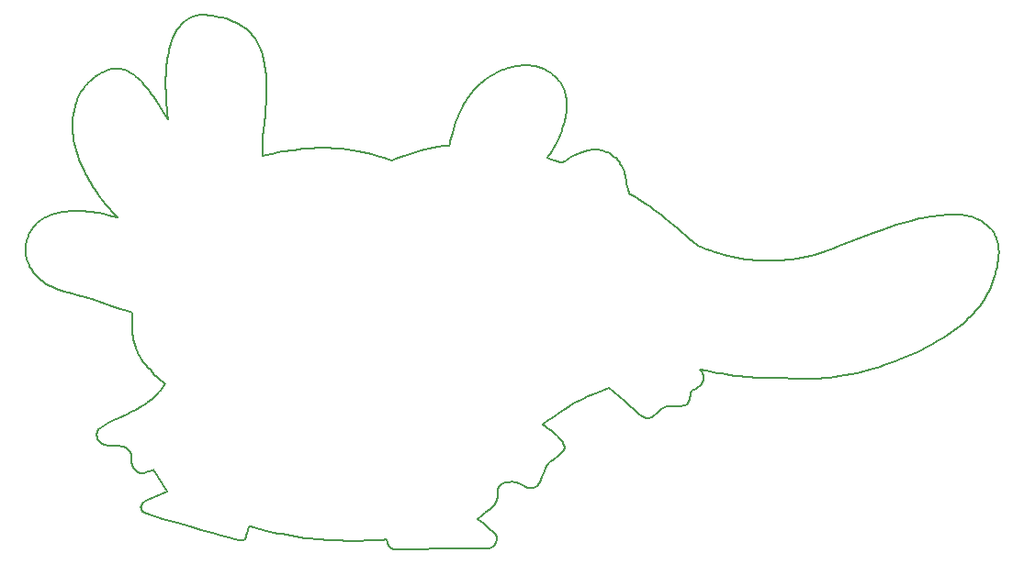
<source format=gbr>
%TF.GenerationSoftware,KiCad,Pcbnew,(6.0.5)*%
%TF.CreationDate,2022-06-01T22:30:39+02:00*%
%TF.ProjectId,axolotl,61786f6c-6f74-46c2-9e6b-696361645f70,rev?*%
%TF.SameCoordinates,Original*%
%TF.FileFunction,Profile,NP*%
%FSLAX46Y46*%
G04 Gerber Fmt 4.6, Leading zero omitted, Abs format (unit mm)*
G04 Created by KiCad (PCBNEW (6.0.5)) date 2022-06-01 22:30:39*
%MOMM*%
%LPD*%
G01*
G04 APERTURE LIST*
%TA.AperFunction,Profile*%
%ADD10C,0.200000*%
%TD*%
G04 APERTURE END LIST*
D10*
X123952499Y-69949657D02*
X124369122Y-69759975D01*
X80627118Y-74298192D02*
X80803947Y-74299766D01*
X79069505Y-73310950D02*
X79079212Y-73396478D01*
X148651578Y-55410990D02*
X147540496Y-55836530D01*
X85507484Y-39157045D02*
X85479674Y-39457180D01*
X87649367Y-81780821D02*
X88727392Y-82096696D01*
X93430142Y-36414123D02*
X93262234Y-36222604D01*
X127930094Y-50082821D02*
X127866604Y-49736250D01*
X88510423Y-34537498D02*
X88348286Y-34567406D01*
X122409839Y-42690443D02*
X122398033Y-42476886D01*
X121508381Y-73402250D02*
X121388221Y-73289175D01*
X92252684Y-35420322D02*
X92016038Y-35290719D01*
X74141127Y-53320283D02*
X74017032Y-53398989D01*
X122313030Y-47939381D02*
X122189722Y-48025433D01*
X83159913Y-80098600D02*
X83184312Y-80163139D01*
X82816750Y-65619487D02*
X82884963Y-65759585D01*
X105920437Y-83399551D02*
X105965562Y-83486653D01*
X120123398Y-77206136D02*
X120198694Y-76998613D01*
X97667733Y-46942431D02*
X97261080Y-46990705D01*
X161376945Y-59890965D02*
X161489233Y-59632020D01*
X132127807Y-70625222D02*
X132390164Y-70625222D01*
X77166891Y-42658961D02*
X77108123Y-42841822D01*
X116641920Y-39538247D02*
X116473749Y-39603311D01*
X117113900Y-77641120D02*
X117209398Y-77633512D01*
X113519346Y-41841987D02*
X113392365Y-42016715D01*
X102140396Y-83055604D02*
X102927467Y-83060851D01*
X115908369Y-79453994D02*
X115940115Y-79378173D01*
X78154665Y-40927155D02*
X78040015Y-41059907D01*
X84167889Y-69985862D02*
X83959578Y-70156655D01*
X128297394Y-51106006D02*
X128259614Y-51082394D01*
X72950289Y-57856401D02*
X73079368Y-58066285D01*
X83478939Y-40999827D02*
X83303160Y-40795453D01*
X140270058Y-68032104D02*
X140762240Y-68048370D01*
X89199635Y-34518608D02*
X89115943Y-34503916D01*
X149293566Y-55169361D02*
X148651578Y-55410990D01*
X115605872Y-83582413D02*
X115680906Y-83506067D01*
X146134787Y-68049682D02*
X146594174Y-68010591D01*
X155463679Y-65263471D02*
X155831766Y-65072477D01*
X160287376Y-61626181D02*
X160475486Y-61386651D01*
X134895936Y-55973742D02*
X134515256Y-55802161D01*
X121879353Y-40868912D02*
X121777821Y-40720157D01*
X79239774Y-52817873D02*
X78990010Y-52777732D01*
X72835114Y-57638647D02*
X72890996Y-57748311D01*
X86188825Y-36421994D02*
X86082571Y-36661787D01*
X81994261Y-74662341D02*
X82042797Y-74711401D01*
X77454959Y-41965819D02*
X77374940Y-42132939D01*
X101626176Y-46892059D02*
X101359097Y-46866086D01*
X82958685Y-65898371D02*
X83036868Y-66036107D01*
X80968182Y-53204846D02*
X80591700Y-53104627D01*
X107695807Y-83861034D02*
X108202418Y-83852114D01*
X158114272Y-63654448D02*
X158398405Y-63440366D01*
X83057069Y-76793976D02*
X83152830Y-76811554D01*
X82365758Y-76174293D02*
X82407473Y-76255886D01*
X108202418Y-83852114D02*
X108778030Y-83847916D01*
X86430456Y-35974416D02*
X86304525Y-36192696D01*
X146400030Y-56274400D02*
X146289315Y-56315066D01*
X117383341Y-77630101D02*
X117533671Y-77637185D01*
X88847552Y-34503129D02*
X88677020Y-34515985D01*
X116097791Y-78202298D02*
X116132947Y-78113884D01*
X94713855Y-41090077D02*
X94708346Y-40799650D01*
X95771154Y-82382401D02*
X96152097Y-82460845D01*
X80245914Y-39572616D02*
X80093222Y-39619053D01*
X78475266Y-52708733D02*
X78212122Y-52680923D01*
X73544265Y-58647664D02*
X73723717Y-58824229D01*
X82457846Y-64449908D02*
X82511104Y-64695473D01*
X122387539Y-43336361D02*
X122404067Y-43120705D01*
X73272726Y-54068519D02*
X73184311Y-54180807D01*
X78040015Y-41059907D02*
X77930350Y-41198168D01*
X116021445Y-78880748D02*
X116019084Y-78653286D01*
X120269268Y-76790565D02*
X120413565Y-76377356D01*
X115954019Y-82945152D02*
X115960054Y-82847819D01*
X134967559Y-67814087D02*
X134931617Y-67696815D01*
X158671781Y-63223661D02*
X158934663Y-63003807D01*
X85490956Y-42699363D02*
X85534769Y-43229058D01*
X155085360Y-65451580D02*
X155463679Y-65263471D01*
X160268486Y-53354914D02*
X160084836Y-53275682D01*
X88036081Y-34652409D02*
X87886275Y-34707766D01*
X162059335Y-57810489D02*
X162101575Y-57607951D01*
X82591386Y-76493055D02*
X82675602Y-76568350D01*
X119685524Y-39306588D02*
X119554345Y-39274318D01*
X141855744Y-57195529D02*
X141574759Y-57208384D01*
X134675818Y-68765911D02*
X134740096Y-68699536D01*
X77780807Y-48668990D02*
X77904115Y-48931870D01*
X77163218Y-46992017D02*
X77249271Y-47282968D01*
X85320161Y-68696125D02*
X85250899Y-68801329D01*
X121020396Y-47101943D02*
X121183320Y-46817813D01*
X77725187Y-41490694D02*
X77629951Y-41644434D01*
X84599204Y-67922965D02*
X84787052Y-68097955D01*
X133911835Y-69208504D02*
X134031469Y-69162592D01*
X89684995Y-34616991D02*
X89337372Y-34577638D01*
X119510532Y-78089223D02*
X119586353Y-78040949D01*
X85534769Y-43229058D02*
X85584879Y-43724647D01*
X129913251Y-71750462D02*
X129979365Y-71741542D01*
X137066416Y-67707046D02*
X137486449Y-67768962D01*
X118227081Y-39182494D02*
X118046317Y-39199022D01*
X103439851Y-83057440D02*
X103913405Y-83048258D01*
X131471914Y-70703928D02*
X131576595Y-70677955D01*
X77549670Y-48128539D02*
X77662484Y-48401388D01*
X82860039Y-40343153D02*
X82712070Y-40214074D01*
X82563576Y-40096014D02*
X82414819Y-39988449D01*
X98514097Y-46862675D02*
X98086193Y-46899405D01*
X72583776Y-56933961D02*
X72631000Y-57112625D01*
X120413565Y-76377356D02*
X120448196Y-76287893D01*
X74828503Y-52989715D02*
X74682108Y-53047171D01*
X133498885Y-70431341D02*
X133548995Y-70375197D01*
X88190085Y-34605710D02*
X88036081Y-34652409D01*
X134526537Y-68891579D02*
X134604720Y-68829926D01*
X143678076Y-68093495D02*
X144047737Y-68102415D01*
X73184311Y-54180807D02*
X73100357Y-54297293D01*
X76965139Y-43409558D02*
X76928671Y-43604751D01*
X79082098Y-73144879D02*
X79070292Y-73226997D01*
X116217426Y-77970901D02*
X116266749Y-77914232D01*
X122611592Y-47748124D02*
X122454178Y-47846245D01*
X134349184Y-69008065D02*
X134441271Y-68951134D01*
X158844937Y-52978696D02*
X158613538Y-52958495D01*
X82883389Y-76711859D02*
X82923792Y-76738881D01*
X108778030Y-83847916D02*
X110516932Y-83813023D01*
X160819173Y-60899195D02*
X160974751Y-60651270D01*
X92481197Y-83029631D02*
X92547835Y-83014939D01*
X84152148Y-41856154D02*
X83988962Y-41637875D01*
X94637509Y-39720322D02*
X94607338Y-39470560D01*
X142916191Y-57103180D02*
X142661180Y-57131777D01*
X118590183Y-39168851D02*
X118408370Y-39172262D01*
X106889059Y-83874151D02*
X107257933Y-83869954D01*
X117671146Y-77657124D02*
X117797602Y-77688082D01*
X161253637Y-60147286D02*
X161376945Y-59890965D01*
X112934552Y-42743439D02*
X112832233Y-42929449D01*
X129667685Y-71733147D02*
X129756624Y-71748364D01*
X107777400Y-47420967D02*
X107441845Y-47535879D01*
X115935392Y-82665219D02*
X115904696Y-82583365D01*
X82923792Y-76738881D02*
X82966556Y-76761444D01*
X105813395Y-82955909D02*
X105829399Y-83053767D01*
X85748066Y-37709108D02*
X85685362Y-37989041D01*
X114669257Y-81439497D02*
X114480885Y-81299924D01*
X104468815Y-47401028D02*
X104055603Y-47301858D01*
X123824731Y-47177239D02*
X123597005Y-47259619D01*
X75294711Y-52842009D02*
X75134936Y-52887134D01*
X154696547Y-65636803D02*
X155085360Y-65451580D01*
X78439061Y-49931180D02*
X78580996Y-50167300D01*
X127787109Y-49371577D02*
X127737524Y-49185305D01*
X142963153Y-68080378D02*
X143318122Y-68084575D01*
X83250689Y-76816801D02*
X83340415Y-76812078D01*
X84691029Y-69490274D02*
X84532828Y-69651360D01*
X79905636Y-52020051D02*
X80191606Y-52359801D01*
X84232166Y-76537130D02*
X84300117Y-76528210D01*
X77085036Y-46697129D02*
X77163218Y-46992017D01*
X119429726Y-78128576D02*
X119510532Y-78089223D01*
X126251009Y-68946149D02*
X126668419Y-69283538D01*
X112175553Y-44409393D02*
X112053033Y-44759637D01*
X133011163Y-70614203D02*
X133124764Y-70598986D01*
X98293717Y-82807678D02*
X98771469Y-82863297D01*
X159698647Y-53142668D02*
X159495582Y-53089148D01*
X105892102Y-83323206D02*
X105920437Y-83399551D01*
X127441848Y-48438905D02*
X127336380Y-48257880D01*
X86304525Y-36192696D02*
X86188825Y-36421994D01*
X95801588Y-47213707D02*
X95205250Y-47327306D01*
X161249439Y-54018147D02*
X161099371Y-53885133D01*
X77825407Y-41341938D02*
X77725187Y-41490694D01*
X75030255Y-59686328D02*
X75282381Y-59794418D01*
X116016198Y-79013500D02*
X116021445Y-78880748D01*
X114941584Y-40450718D02*
X114675816Y-40651944D01*
X97832756Y-82746549D02*
X98293717Y-82807678D01*
X92016038Y-35290719D02*
X91767323Y-35171348D01*
X100959789Y-83023596D02*
X101353325Y-83038026D01*
X82176861Y-74911054D02*
X82197588Y-74961688D01*
X115222830Y-40257625D02*
X115080370Y-40353122D01*
X122040178Y-74807161D02*
X122083730Y-74746295D01*
X144868390Y-56746640D02*
X144492694Y-56834791D01*
X79494261Y-72567961D02*
X79399812Y-72644831D01*
X100266380Y-46806007D02*
X99989068Y-46803383D01*
X83201366Y-79738911D02*
X83170145Y-79811846D01*
X120068040Y-39429370D02*
X119942371Y-39383983D01*
X126442267Y-47369545D02*
X126329716Y-47301858D01*
X82327979Y-63519335D02*
X82349230Y-63741812D01*
X161895362Y-58448274D02*
X161956229Y-58230782D01*
X135667790Y-56283583D02*
X135280027Y-56134303D01*
X121837901Y-73753806D02*
X121735057Y-73635746D01*
X122170570Y-74567106D02*
X122184475Y-74508076D01*
X75800798Y-52732870D02*
X75627642Y-52764877D01*
X116473749Y-39603311D02*
X116308201Y-39672573D01*
X115808674Y-83333700D02*
X115861670Y-83244499D01*
X139723043Y-57169031D02*
X139304059Y-57130465D01*
X76088341Y-60052313D02*
X76443048Y-60140464D01*
X120603249Y-76030785D02*
X120659393Y-75974903D01*
X80803947Y-74299766D02*
X80979726Y-74306850D01*
X79923739Y-74232603D02*
X80019762Y-74250706D01*
X122055920Y-41182426D02*
X121971965Y-41023177D01*
X120040493Y-77407624D02*
X120123398Y-77206136D01*
X162220160Y-56665047D02*
X162225407Y-56490056D01*
X162208879Y-56844236D02*
X162220160Y-56665047D01*
X82349230Y-63741812D02*
X82377565Y-63971898D01*
X79943941Y-39673098D02*
X79798332Y-39734489D01*
X118765438Y-78158747D02*
X118859099Y-78184720D01*
X85985761Y-36911286D02*
X85898134Y-37169444D01*
X133217900Y-70583769D02*
X133301330Y-70558583D01*
X119150053Y-39203220D02*
X119012316Y-39188266D01*
X129979365Y-71741542D02*
X130043905Y-71727375D01*
X121998463Y-45025403D02*
X122066676Y-44821553D01*
X142399085Y-57156963D02*
X142130432Y-57178214D01*
X79165002Y-73658833D02*
X79210390Y-73747247D01*
X80217579Y-74274843D02*
X80420906Y-74288485D01*
X137656982Y-56864699D02*
X137252689Y-56770514D01*
X119286479Y-39222634D02*
X119150053Y-39203220D01*
X130549991Y-71421207D02*
X130646276Y-71326497D01*
X120439800Y-72533855D02*
X120164325Y-72304294D01*
X122134889Y-74211353D02*
X122081631Y-74101426D01*
X83011157Y-76779546D02*
X83057069Y-76793976D01*
X114675816Y-40651944D02*
X114426314Y-40859730D01*
X105965562Y-83486653D02*
X106027216Y-83578215D01*
X77108123Y-42841822D02*
X77055127Y-43027832D01*
X79125911Y-40114641D02*
X78884280Y-40284647D01*
X121869646Y-74996844D02*
X121989806Y-74869077D01*
X92347919Y-83032254D02*
X92406950Y-83034615D01*
X111585250Y-46567264D02*
X111419440Y-46572773D01*
X135280027Y-56134303D02*
X134895936Y-55973742D01*
X106502344Y-83869954D02*
X106574230Y-83874151D01*
X108907634Y-47067575D02*
X108515672Y-47183798D01*
X94487179Y-38766661D02*
X94436806Y-38546545D01*
X72515038Y-55851484D02*
X72501133Y-56031460D01*
X120519557Y-76138351D02*
X120557861Y-76082207D01*
X121282491Y-47970863D02*
X120957431Y-47871693D01*
X76853899Y-44205019D02*
X76840519Y-44409393D01*
X121573183Y-48050357D02*
X121282491Y-47970863D01*
X83170145Y-79811846D02*
X83150206Y-79887667D01*
X111247072Y-46584579D02*
X111068669Y-46602157D01*
X115517982Y-40074763D02*
X115368701Y-40164751D01*
X83584407Y-66824746D02*
X83786160Y-67069524D01*
X83390000Y-66570000D02*
X83584407Y-66824746D01*
X159894890Y-53204846D02*
X159698647Y-53142668D01*
X82675602Y-76568350D02*
X82772674Y-76641548D01*
X122000825Y-48167630D02*
X121960946Y-48152151D01*
X115479416Y-83675024D02*
X115523492Y-83647477D01*
X82754047Y-65478603D02*
X82816750Y-65619487D01*
X78274038Y-40799913D02*
X78154665Y-40927155D01*
X162191301Y-57028409D02*
X162208879Y-56844236D01*
X76833173Y-44615605D02*
X76831861Y-44823652D01*
X112314078Y-44047606D02*
X112175553Y-44409393D01*
X78884280Y-40284647D02*
X78659440Y-40454391D01*
X80889475Y-39483677D02*
X80723666Y-39489712D01*
X82413507Y-64208279D02*
X82457846Y-64449908D01*
X128626390Y-70971793D02*
X129110701Y-71412287D01*
X79651675Y-74145239D02*
X79739302Y-74180657D01*
X76928671Y-43604751D02*
X76897975Y-43802304D01*
X104055603Y-47301858D02*
X103614056Y-47205049D01*
X76347025Y-52662034D02*
X76160490Y-52681448D01*
X93312082Y-81775311D02*
X93410465Y-81803908D01*
X131264914Y-70789718D02*
X131366184Y-70740395D01*
X134828773Y-67473288D02*
X134766069Y-67367821D01*
X83490483Y-70498766D02*
X83228388Y-70667198D01*
X72631000Y-57112625D02*
X72688719Y-57289977D01*
X116320795Y-77866221D02*
X116379825Y-77825556D01*
X120830975Y-39825788D02*
X120662804Y-39719797D01*
X130737314Y-71228638D02*
X130899976Y-71069126D01*
X104734320Y-83018349D02*
X105373422Y-82983456D01*
X150680910Y-54659868D02*
X149974645Y-54916713D01*
X130052562Y-52231247D02*
X129751639Y-52021888D01*
X121708821Y-71251725D02*
X122166634Y-70953952D01*
X162086620Y-55383443D02*
X162042020Y-55241509D01*
X115670149Y-39987399D02*
X115517982Y-40074763D01*
X115368701Y-40164751D02*
X115222830Y-40257625D01*
X119062426Y-78207282D02*
X119156612Y-78202298D01*
X80019762Y-74250706D02*
X80217579Y-74274843D01*
X133551618Y-55104559D02*
X133353014Y-54927732D01*
X121667894Y-40576386D02*
X121549308Y-40437863D01*
X103913405Y-83048258D02*
X104345507Y-83034615D01*
X89115943Y-34503916D02*
X89022544Y-34498932D01*
X122242456Y-44194262D02*
X122289417Y-43981230D01*
X81322364Y-74347515D02*
X81405269Y-74365093D01*
X94572445Y-39228406D02*
X94532304Y-38993861D01*
X82197588Y-74961688D02*
X82214378Y-75013110D01*
X78300011Y-49689289D02*
X78439061Y-49931180D01*
X82407473Y-76255886D02*
X82458370Y-76336166D01*
X127002137Y-47826568D02*
X126921856Y-47744976D01*
X75627642Y-52764877D02*
X75458947Y-52801344D01*
X131085987Y-52988404D02*
X130721311Y-52714505D01*
X128025592Y-50586543D02*
X127991223Y-50427294D01*
X108137091Y-47302645D02*
X107777400Y-47420967D01*
X106308987Y-83813810D02*
X106369592Y-83838996D01*
X74787313Y-59567481D02*
X75030255Y-59686328D01*
X127679805Y-48997721D02*
X127612117Y-48810137D01*
X73671246Y-53660819D02*
X73564991Y-53756317D01*
X91767323Y-35171348D02*
X91506803Y-35061945D01*
X79567458Y-74102213D02*
X79651675Y-74145239D01*
X93262234Y-36222604D02*
X93083306Y-36041317D01*
X119657189Y-77984018D02*
X119723303Y-77919479D01*
X161800126Y-54710764D02*
X161724043Y-54586933D01*
X94708346Y-40799650D02*
X94698114Y-40517619D01*
X129578221Y-71707699D02*
X129667685Y-71733147D01*
X92714957Y-82913670D02*
X92754573Y-82864609D01*
X79739302Y-74180657D02*
X79830078Y-74209779D01*
X157199171Y-64279378D02*
X157514786Y-64073954D01*
X137921700Y-67827205D02*
X138370855Y-67881250D01*
X79518135Y-39874324D02*
X79383546Y-39951194D01*
X124422380Y-47020613D02*
X124300122Y-47045275D01*
X161099371Y-53885133D02*
X160944318Y-53761039D01*
X94184943Y-37735868D02*
X94108860Y-37549596D01*
X77662484Y-48401388D02*
X77780807Y-48668990D01*
X128998937Y-51522888D02*
X128636359Y-51297788D01*
X161458275Y-54235902D02*
X161357005Y-54125450D01*
X86453806Y-81424542D02*
X87649367Y-81780821D01*
X143638722Y-56999812D02*
X143164381Y-57071435D01*
X83036868Y-66036107D02*
X83119773Y-66172269D01*
X84311661Y-42076008D02*
X84152148Y-41856154D01*
X111774672Y-45702279D02*
X111709082Y-45968045D01*
X76443048Y-60140464D02*
X76833435Y-60245669D01*
X81796444Y-74516734D02*
X81868854Y-74561859D01*
X119012316Y-39188266D02*
X118873004Y-39177509D01*
X151633791Y-66868822D02*
X151973281Y-66749713D01*
X125044166Y-46960796D02*
X124918760Y-46963420D01*
X127148795Y-47994738D02*
X127077958Y-47909734D01*
X81486862Y-74386606D02*
X81567144Y-74412054D01*
X77055127Y-43027832D02*
X77007378Y-43217252D01*
X130226768Y-71656539D02*
X130340368Y-71589376D01*
X121849969Y-45422871D02*
X121925791Y-45225842D01*
X130106346Y-71708223D02*
X130167475Y-71684611D01*
X162157457Y-55679117D02*
X162125187Y-55529312D01*
X85630267Y-38274483D02*
X85582518Y-38564910D01*
X84787052Y-68097955D02*
X84962044Y-68255106D01*
X121368807Y-75422384D02*
X121557179Y-75271792D01*
X115954019Y-82753895D02*
X115935392Y-82665219D01*
X83311293Y-80347575D02*
X83351172Y-80385879D01*
X136663435Y-67643032D02*
X137066416Y-67707046D01*
X141574759Y-57208384D02*
X141288003Y-57216255D01*
X124300122Y-47045275D02*
X124059540Y-47105092D01*
X90652043Y-34794606D02*
X90342200Y-34725344D01*
X97388585Y-82680436D02*
X97832756Y-82746549D01*
X85455800Y-42141596D02*
X85490956Y-42699363D01*
X111419440Y-46572773D02*
X111247072Y-46584579D01*
X82306466Y-76009534D02*
X82332439Y-76092176D01*
X151973281Y-66749713D02*
X152320379Y-66623782D01*
X104850807Y-47500198D02*
X104468815Y-47401028D01*
X115999407Y-79155171D02*
X116016198Y-79013500D01*
X85006120Y-78747471D02*
X84385383Y-79027142D01*
X120457903Y-72097033D02*
X120829663Y-71840713D01*
X99989068Y-46803383D02*
X99831654Y-46803383D01*
X138064422Y-56947604D02*
X137656982Y-56864699D01*
X82272884Y-75845038D02*
X82287051Y-75927155D01*
X114426314Y-40859730D02*
X114194391Y-41071975D01*
X129474590Y-51834041D02*
X128998937Y-51522888D01*
X103614056Y-47205049D02*
X103147060Y-47113225D01*
X93650522Y-36710060D02*
X93542956Y-36559468D01*
X90518766Y-82601729D02*
X91226081Y-82788526D01*
X139303272Y-67971763D02*
X139783123Y-68006131D01*
X115386016Y-83717263D02*
X115433765Y-83698374D01*
X131848921Y-70635191D02*
X131999514Y-70626533D01*
X81965664Y-39728979D02*
X81814546Y-39663653D01*
X87326406Y-35011311D02*
X87196276Y-35107595D01*
X82647268Y-70992519D02*
X82224610Y-71199517D01*
X78870900Y-50622223D02*
X79018345Y-50840765D01*
X114500561Y-80778362D02*
X114864713Y-80489771D01*
X130899976Y-71069126D02*
X130985767Y-70991207D01*
X75978414Y-52705060D02*
X75800798Y-52732870D01*
X85685362Y-37989041D02*
X85630267Y-38274483D01*
X80420906Y-74288485D02*
X80627118Y-74298192D01*
X120793982Y-72802768D02*
X120606922Y-72665819D01*
X94381449Y-38333775D02*
X94321107Y-38127564D01*
X158127390Y-52942491D02*
X157944527Y-52944590D01*
X82511104Y-64695473D02*
X82574070Y-64944185D01*
X81242346Y-61660812D02*
X81888793Y-61887487D01*
X117509272Y-39285337D02*
X117332706Y-39325740D01*
X133353014Y-54927732D02*
X132967349Y-54569093D01*
X117866340Y-39221847D02*
X117687150Y-39250706D01*
X121142917Y-40054562D02*
X120991012Y-39937289D01*
X90949294Y-34873575D02*
X90652043Y-34794606D01*
X156873061Y-64481916D02*
X157199171Y-64279378D01*
X118408370Y-39172262D02*
X118227081Y-39182494D01*
X116132947Y-78113884D02*
X116172825Y-78037014D01*
X132285221Y-53939441D02*
X131869385Y-53601003D01*
X82574070Y-64944185D02*
X82647268Y-65194472D01*
X77442891Y-47851229D02*
X77549670Y-48128539D01*
X85638138Y-44179833D02*
X85418283Y-43792334D01*
X92669307Y-82955909D02*
X92714957Y-82913670D01*
X85432188Y-41562579D02*
X85455800Y-42141596D01*
X82332439Y-76092176D02*
X82365758Y-76174293D01*
X94378301Y-45744518D02*
X94430247Y-45169961D01*
X102658289Y-47028746D02*
X102150103Y-46954237D01*
X81510212Y-39563171D02*
X81356471Y-39528278D01*
X78580996Y-50167300D02*
X78725030Y-50397647D01*
X161489233Y-59632020D02*
X161590503Y-59370190D01*
X132704992Y-70625222D02*
X132904908Y-70622073D01*
X106434132Y-83857885D02*
X106502344Y-83869954D01*
X72539175Y-55672820D02*
X72515038Y-55851484D01*
X113153620Y-42375617D02*
X113041594Y-42558741D01*
X119947881Y-77597307D02*
X119995630Y-77504171D01*
X83792981Y-76695068D02*
X83959053Y-76633152D01*
X130043905Y-71727375D02*
X130106346Y-71708223D01*
X122302798Y-41870321D02*
X122254786Y-41690870D01*
X74979358Y-52936195D02*
X74828503Y-52989715D01*
X79991165Y-72261268D02*
X79848967Y-72339187D01*
X115904696Y-83145067D02*
X115935392Y-83044847D01*
X83614578Y-76754623D02*
X83792981Y-76695068D01*
X74017032Y-53398989D02*
X73897135Y-53482156D01*
X120659393Y-75974903D02*
X120800541Y-75852646D01*
X77930350Y-41198168D02*
X77825407Y-41341938D01*
X83145746Y-80043768D02*
X83159913Y-80098600D01*
X155887910Y-53163919D02*
X155162756Y-53283553D01*
X79166577Y-51053273D02*
X79315333Y-51259746D01*
X78164110Y-49442150D02*
X78300011Y-49689289D01*
X127533148Y-48623603D02*
X127441848Y-48438905D01*
X133892158Y-69229755D02*
X133911835Y-69208504D01*
X120829663Y-71840713D02*
X121254944Y-71553171D01*
X92789204Y-82806104D02*
X92820162Y-82736318D01*
X92848759Y-82652889D02*
X92875782Y-82553719D01*
X118327826Y-77944927D02*
X118501506Y-78041212D01*
X93013519Y-82001724D02*
X93060743Y-81846147D01*
X122404067Y-43120705D02*
X122411676Y-42905312D01*
X151398719Y-54405121D02*
X150680910Y-54659868D01*
X161357005Y-54125450D02*
X161249439Y-54018147D01*
X133710869Y-70034398D02*
X133729759Y-69960676D01*
X78734737Y-52741003D02*
X78475266Y-52708733D01*
X102150103Y-46954237D02*
X101626176Y-46892059D01*
X79252630Y-40031737D02*
X79125911Y-40114641D01*
X162225407Y-56490056D02*
X162224095Y-56319263D01*
X111656349Y-46203377D02*
X111615159Y-46404341D01*
X94714642Y-41389424D02*
X94713855Y-41090077D01*
X79798332Y-39734489D02*
X79656397Y-39801652D01*
X106369592Y-83838996D02*
X106434132Y-83857885D01*
X94355476Y-47378990D02*
X94339734Y-47191669D01*
X133729759Y-69960676D02*
X133758881Y-69815856D01*
X162224095Y-56319263D02*
X162216749Y-56153192D01*
X94027792Y-37369620D02*
X93941476Y-37195941D01*
X134994845Y-68121567D02*
X134997730Y-68058602D01*
X147563321Y-67891744D02*
X148075705Y-67808315D01*
X83591228Y-79408082D02*
X83434339Y-79492822D01*
X116040860Y-78418478D02*
X116067095Y-78303304D01*
X126746077Y-47588087D02*
X126650316Y-47512791D01*
X129303008Y-71565240D02*
X129396145Y-71624007D01*
X96152097Y-82460845D02*
X96548518Y-82536928D01*
X78619825Y-60784546D02*
X79554603Y-61088616D01*
X125392577Y-46984671D02*
X125219946Y-46966830D01*
X144432352Y-68106613D02*
X144840580Y-68103990D01*
X113651574Y-41670931D02*
X113519346Y-41841987D01*
X116019084Y-78653286D02*
X116019084Y-78548344D01*
X72890996Y-57748311D02*
X72950289Y-57856401D01*
X123377674Y-47349869D02*
X123168314Y-47446153D01*
X90020025Y-34666314D02*
X89684995Y-34616991D01*
X74330549Y-59299354D02*
X74554077Y-59438402D01*
X77249271Y-47282968D02*
X77342670Y-47569198D01*
X120867705Y-47353542D02*
X121020396Y-47101943D01*
X94687620Y-42340199D02*
X94701262Y-42014092D01*
X162125187Y-55529312D02*
X162086620Y-55383443D01*
X149164224Y-67585314D02*
X149450456Y-67516577D01*
X121960946Y-48152151D02*
X121918707Y-48141394D01*
X133688306Y-70107333D02*
X133710869Y-70034398D01*
X115336431Y-83731168D02*
X115386016Y-83717263D01*
X162216749Y-56153192D02*
X162203369Y-55991057D01*
X136851545Y-56665572D02*
X136453550Y-56549349D01*
X120548416Y-39653159D02*
X120431667Y-39590718D01*
X133836276Y-69395563D02*
X133854116Y-69327876D01*
X76864918Y-45455403D02*
X76888268Y-45667911D01*
X92547835Y-83014939D02*
X92609752Y-82990277D01*
X127326673Y-69835008D02*
X127726243Y-70177644D01*
X133124764Y-70598986D02*
X133217900Y-70583769D01*
X82265800Y-39891377D02*
X82115995Y-39805062D01*
X83733950Y-70327973D02*
X83490483Y-70498766D01*
X83396822Y-80423658D02*
X83448244Y-80460650D01*
X85479674Y-39457180D02*
X85457636Y-39759150D01*
X84962044Y-68255106D02*
X85120770Y-68392842D01*
X101353325Y-83038026D02*
X102140396Y-83055604D01*
X117797602Y-77688082D02*
X117914614Y-77728484D01*
X107257933Y-83869954D02*
X107695807Y-83861034D01*
X80174028Y-53003882D02*
X79721724Y-52906811D01*
X77946092Y-52658361D02*
X77677963Y-52641832D01*
X84959683Y-69187254D02*
X84832964Y-69335222D01*
X122188148Y-74415727D02*
X122182113Y-74366929D01*
X160475486Y-61386651D02*
X160652839Y-61144235D01*
X115960054Y-82847819D02*
X115954019Y-82753895D01*
X97261080Y-46990705D02*
X96868856Y-47043176D01*
X87740143Y-34771256D02*
X87598470Y-34842879D01*
X133629801Y-70248217D02*
X133661546Y-70178956D01*
X74117253Y-59150337D02*
X74330549Y-59299354D01*
X121254944Y-71553171D02*
X121708821Y-71251725D01*
X72501133Y-56031460D02*
X72497198Y-56211960D01*
X119896984Y-77685983D02*
X119947881Y-77597307D01*
X81868854Y-74561859D02*
X81938904Y-74613018D01*
X72573282Y-55495206D02*
X72539175Y-55672820D01*
X127829611Y-49555750D02*
X127787109Y-49371577D01*
X88348286Y-34567406D02*
X88190085Y-34605710D01*
X154669524Y-53389807D02*
X154394836Y-53458544D01*
X144082106Y-56920056D02*
X143638722Y-56999812D01*
X115940115Y-79378173D02*
X115965301Y-79302877D01*
X72617095Y-55319166D02*
X72573282Y-55495206D01*
X113789049Y-41503811D02*
X113651574Y-41670931D01*
X145259564Y-68094545D02*
X145690354Y-68076967D01*
X83434339Y-79492822D02*
X83360616Y-79545556D01*
X121557179Y-75271792D02*
X121724825Y-75130382D01*
X105777714Y-47773310D02*
X105508274Y-47688832D01*
X83652095Y-41208924D02*
X83478939Y-40999827D01*
X85898134Y-37169444D02*
X85818902Y-37435734D01*
X159659031Y-62327718D02*
X159879148Y-62096584D01*
X81152882Y-74321804D02*
X81322364Y-74347515D01*
X81405269Y-74365093D02*
X81486862Y-74386606D01*
X110111853Y-46762456D02*
X109711234Y-46853755D01*
X160783755Y-53646128D02*
X160617683Y-53540136D01*
X81356471Y-39528278D02*
X81201943Y-39503354D01*
X126549046Y-47440119D02*
X126442267Y-47369545D01*
X138474748Y-57019751D02*
X138064422Y-56947604D01*
X133592546Y-70313806D02*
X133629801Y-70248217D01*
X122182113Y-74366929D02*
X122171094Y-74316557D01*
X116379825Y-77825556D02*
X116443840Y-77790925D01*
X112319850Y-83785738D02*
X113965353Y-83763175D01*
X81662904Y-39608296D02*
X81510212Y-39563171D01*
X72756669Y-57465230D02*
X72835114Y-57638647D01*
X115748594Y-83422114D02*
X115808674Y-83333700D01*
X94436806Y-38546545D02*
X94381449Y-38333775D01*
X99389320Y-46813615D02*
X98949347Y-46833816D01*
X128192189Y-51013132D02*
X128162542Y-50968270D01*
X134698906Y-67267077D02*
X135256152Y-67383825D01*
X121422065Y-40304586D02*
X121286689Y-40176819D01*
X140568620Y-57213369D02*
X140144651Y-57196841D01*
X161641925Y-54466512D02*
X161553248Y-54349501D01*
X152812299Y-53927897D02*
X152113642Y-54159032D01*
X121624605Y-73518211D02*
X121508381Y-73402250D01*
X159068990Y-53007293D02*
X158844937Y-52978696D01*
X94339734Y-47191669D02*
X94330814Y-46942169D01*
X134740096Y-68699536D02*
X134797027Y-68631323D01*
X139783123Y-68006131D02*
X140270058Y-68032104D01*
X153480260Y-53718538D02*
X152812299Y-53927897D01*
X127278137Y-48168941D02*
X127215696Y-48081052D01*
X100172718Y-82982931D02*
X100566254Y-83005494D01*
X107441845Y-47535879D02*
X107135937Y-47644494D01*
X94662696Y-39977954D02*
X94637509Y-39720322D01*
X122066676Y-44821553D02*
X122130691Y-44614817D01*
X77408260Y-52631338D02*
X77137770Y-52627665D01*
X72688719Y-57289977D02*
X72756669Y-57465230D01*
X96960419Y-82610387D02*
X97388585Y-82680436D01*
X146752900Y-56141649D02*
X146400030Y-56274400D01*
X120312557Y-39532475D02*
X120191348Y-39478693D01*
X93410465Y-81803908D02*
X93508849Y-81827782D01*
X93115314Y-81722840D02*
X93213698Y-81746714D01*
X72503757Y-56392985D02*
X72520023Y-56573748D01*
X142661180Y-57131777D02*
X142399085Y-57156963D01*
X73365862Y-53960167D02*
X73272726Y-54068519D01*
X80723666Y-39489712D02*
X80561267Y-39507027D01*
X162203369Y-55991057D02*
X162183430Y-55833119D01*
X78526425Y-40563268D02*
X78397870Y-40678442D01*
X94717266Y-82140509D02*
X95405166Y-82302382D01*
X118024279Y-77776233D02*
X118128697Y-77829229D01*
X83523278Y-76779546D02*
X83614578Y-76754623D01*
X124811193Y-69562684D02*
X125655458Y-69195387D01*
X124918760Y-46963420D02*
X124793878Y-46970766D01*
X127612117Y-48810137D02*
X127533148Y-48623603D01*
X82151413Y-74860681D02*
X82176861Y-74911054D01*
X80402016Y-39535099D02*
X80245914Y-39572616D01*
X73100357Y-54297293D02*
X73020863Y-54417976D01*
X83119773Y-66172269D02*
X83206350Y-66306595D01*
X83206350Y-66306595D02*
X83390000Y-66570000D01*
X77230906Y-42480034D02*
X77166891Y-42658961D01*
X82966556Y-76761444D02*
X83011157Y-76779546D01*
X82237203Y-75117789D02*
X82248747Y-75225355D01*
X121522548Y-46165598D02*
X121689932Y-45803811D01*
X143318122Y-68084575D02*
X143678076Y-68093495D01*
X81099361Y-71727113D02*
X80681164Y-71922305D01*
X152675086Y-66489981D02*
X153037663Y-66348834D01*
X76888268Y-45667911D02*
X76917914Y-45881205D01*
X131764705Y-70644373D02*
X131848921Y-70635191D01*
X129845300Y-71753348D02*
X129913251Y-71750462D01*
X116266749Y-77914232D02*
X116320795Y-77866221D01*
X75811817Y-59977542D02*
X76088341Y-60052313D01*
X79612321Y-51653016D02*
X79905636Y-52020051D01*
X134515256Y-55802161D02*
X134425530Y-55754675D01*
X76873051Y-44002481D02*
X76853899Y-44205019D01*
X130646276Y-71326497D02*
X130737314Y-71228638D01*
X83722931Y-80594713D02*
X85144120Y-81028649D01*
X134425530Y-55754675D02*
X134333705Y-55700630D01*
X161553248Y-54349501D02*
X161458275Y-54235902D01*
X115541594Y-82177764D02*
X115402545Y-82050784D01*
X82263439Y-75763708D02*
X82272884Y-75845038D01*
X130376311Y-52462119D02*
X130052562Y-52231247D01*
X134931617Y-67696815D02*
X134884655Y-67582952D01*
X82115995Y-39805062D02*
X81965664Y-39728979D01*
X105198430Y-47597007D02*
X104850807Y-47500198D01*
X85173766Y-43381749D02*
X84906162Y-42954372D01*
X122131216Y-41346923D02*
X122055920Y-41182426D01*
X161724043Y-54586933D02*
X161641925Y-54466512D01*
X84300117Y-76528210D02*
X85533195Y-78522109D01*
X131673929Y-70658541D02*
X131764705Y-70644373D01*
X157011848Y-53008867D02*
X156635103Y-53053992D01*
X113882711Y-41395459D02*
X113789049Y-41503811D01*
X118859099Y-78184720D02*
X118957745Y-78201511D01*
X94330814Y-46942169D02*
X94331863Y-46623145D01*
X120800541Y-75852646D02*
X120971073Y-75720681D01*
X119942371Y-39383983D02*
X119814866Y-39343055D01*
X77539963Y-41802896D02*
X77454959Y-41965819D01*
X121871745Y-48130637D02*
X121817175Y-48115158D01*
X79246858Y-72803818D02*
X79187828Y-72886984D01*
X121817175Y-48115158D02*
X121573183Y-48050357D01*
X82772674Y-76641548D02*
X82883389Y-76711859D01*
X124793878Y-46970766D02*
X124669258Y-46983096D01*
X136453550Y-56549349D02*
X136058965Y-56422106D01*
X133661546Y-70178956D02*
X133688306Y-70107333D01*
X128259614Y-51082394D02*
X128224459Y-51051174D01*
X122189722Y-48025433D02*
X122000825Y-48167630D01*
X98086193Y-46899405D02*
X97667733Y-46942431D01*
X115528739Y-79932792D02*
X115620826Y-79843853D01*
X131074968Y-70917223D02*
X131168105Y-70849273D01*
X73897135Y-53482156D02*
X73781961Y-53569258D01*
X133949352Y-55432765D02*
X133751010Y-55274303D01*
X82298333Y-62908573D02*
X82303055Y-63101666D01*
X81645326Y-74441963D02*
X81721934Y-74476856D01*
X122398033Y-42476886D02*
X122375471Y-42264903D01*
X94331863Y-46623145D02*
X94346818Y-46226465D01*
X122197330Y-41516404D02*
X122131216Y-41346923D01*
X91506803Y-35061945D02*
X91234214Y-34962775D01*
X82248747Y-75225355D02*
X82253207Y-75336856D01*
X93213698Y-81746714D02*
X93312082Y-81775311D01*
X133751010Y-55274303D02*
X133551618Y-55104559D01*
X133375577Y-70523953D02*
X133441166Y-70481451D01*
X127737524Y-49185305D02*
X127679805Y-48997721D01*
X115620826Y-79843853D02*
X115704256Y-79755177D01*
X85425366Y-41266905D02*
X85432188Y-41562579D01*
X130985767Y-70991207D02*
X131074968Y-70917223D01*
X85582518Y-38564910D02*
X85541853Y-38859272D01*
X73723717Y-58824229D02*
X73914976Y-58992136D01*
X72808878Y-54805212D02*
X72735156Y-54973907D01*
X92754573Y-82864609D02*
X92789204Y-82806104D01*
X84532828Y-69651360D02*
X84358623Y-69816906D01*
X94321107Y-38127564D02*
X94255517Y-37928437D01*
X115433765Y-83698374D02*
X115479416Y-83675024D01*
X150041546Y-67362574D02*
X150346405Y-67276522D01*
X150976324Y-67085790D02*
X151301384Y-66980585D01*
X118046317Y-39199022D02*
X117866340Y-39221847D01*
X121388221Y-73289175D02*
X121265700Y-73180035D01*
X79399812Y-72644831D02*
X79317432Y-72723275D01*
X154394836Y-53458544D02*
X154103882Y-53536988D01*
X79105447Y-73065124D02*
X79082098Y-73144879D01*
X122341889Y-42054757D02*
X122302798Y-41870321D01*
X132790783Y-54396988D02*
X132616316Y-54234590D01*
X140762240Y-68048370D02*
X141257832Y-68054142D01*
X91803529Y-82929673D02*
X91838684Y-82933871D01*
X161933666Y-54968659D02*
X161870176Y-54838007D01*
X83813969Y-79296843D02*
X83591228Y-79408082D01*
X83243867Y-79669387D02*
X83201366Y-79738911D01*
X82697378Y-65336931D02*
X82754047Y-65478603D01*
X83786160Y-67069524D02*
X83991847Y-67303282D01*
X83360616Y-79545556D02*
X83297126Y-79604848D01*
X119554345Y-39274318D02*
X119421330Y-39246246D01*
X112053033Y-44759637D02*
X111945991Y-45094402D01*
X85422743Y-40968345D02*
X85425366Y-41266905D01*
X95405166Y-82302382D02*
X95771154Y-82382401D01*
X133548995Y-70375197D02*
X133592546Y-70313806D01*
X134766069Y-67367821D02*
X134698906Y-67267077D01*
X115904696Y-82583365D02*
X115861670Y-82509905D01*
X112734636Y-43116508D02*
X112641762Y-43303829D01*
X116019084Y-78548344D02*
X116040860Y-78418478D01*
X86713802Y-35574587D02*
X86639030Y-35669822D01*
X121777821Y-40720157D02*
X121667894Y-40576386D01*
X152320379Y-66623782D02*
X152675086Y-66489981D01*
X82084774Y-74760987D02*
X82120979Y-74810572D01*
X76933393Y-52629764D02*
X76733477Y-52636323D01*
X121925791Y-45225842D02*
X121998463Y-45025403D01*
X72546784Y-56754248D02*
X72583776Y-56933961D01*
X116308201Y-39672573D02*
X116144753Y-39745770D01*
X85168256Y-68919127D02*
X85071184Y-69048205D01*
X92875782Y-82553719D02*
X92931664Y-82300021D01*
X84906162Y-42954372D02*
X84618094Y-42517026D01*
X92892835Y-35870786D02*
X92691082Y-35710225D01*
X96493161Y-47098533D02*
X96136618Y-47155726D01*
X124059540Y-47105092D02*
X123824731Y-47177239D01*
X121735057Y-73635746D02*
X121624605Y-73518211D01*
X134144283Y-69114056D02*
X134250275Y-69062373D01*
X149974645Y-54916713D02*
X149293566Y-55169361D01*
X77904115Y-48931870D02*
X78032145Y-49189765D01*
X120971073Y-75720681D02*
X121161282Y-75583732D01*
X94645642Y-43019699D02*
X94668992Y-42675227D01*
X94532304Y-38993861D02*
X94487179Y-38766661D01*
X104345507Y-83034615D02*
X104734320Y-83018349D01*
X121724825Y-75130382D02*
X121869646Y-74996844D01*
X105373422Y-82983456D02*
X105813395Y-82955909D01*
X122289417Y-43981230D02*
X122329558Y-43767148D01*
X141625132Y-68054142D02*
X142294142Y-68057553D01*
X119842938Y-77769674D02*
X119896984Y-77685983D01*
X141288003Y-57216255D02*
X140995475Y-57218879D01*
X120785849Y-47813188D02*
X120610332Y-47747861D01*
X125561535Y-47013267D02*
X125392577Y-46984671D01*
X122993321Y-70439474D02*
X123163329Y-70340566D01*
X117016041Y-77656337D02*
X117113900Y-77641120D01*
X123597005Y-47259619D02*
X123377674Y-47349869D01*
X107135937Y-47644494D02*
X106633261Y-47831290D01*
X113965353Y-83763175D02*
X115232013Y-83742974D01*
X79338945Y-73920401D02*
X79410831Y-73990712D01*
X142628648Y-68065161D02*
X142963153Y-68080378D01*
X79718838Y-72415795D02*
X79600515Y-72491878D01*
X77252944Y-60365303D02*
X77694754Y-60496743D01*
X105874786Y-83282803D02*
X105892102Y-83323206D01*
X158613538Y-52958495D02*
X158374268Y-52946427D01*
X79600515Y-72491878D02*
X79494261Y-72567961D01*
X139304059Y-57130465D02*
X138887961Y-57080618D01*
X110505126Y-46685061D02*
X110111853Y-46762456D01*
X114864713Y-80489771D02*
X115323838Y-80112767D01*
X101359097Y-46866086D02*
X101089394Y-46844311D01*
X142130432Y-57178214D02*
X141855744Y-57195529D01*
X121931300Y-73871603D02*
X121837901Y-73753806D01*
X121022758Y-72977235D02*
X120793982Y-72802768D01*
X118128697Y-77829229D02*
X118327826Y-77944927D01*
X133804793Y-69544319D02*
X133836276Y-69395563D01*
X144492694Y-56834791D02*
X144082106Y-56920056D01*
X85424317Y-40667423D02*
X85422743Y-40968345D01*
X137252689Y-56770514D02*
X136851545Y-56665572D01*
X127215696Y-48081052D02*
X127148795Y-47994738D01*
X153037663Y-66348834D02*
X153467929Y-66175155D01*
X91899551Y-82951711D02*
X91934707Y-82955909D01*
X128224459Y-51051174D02*
X128192189Y-51013132D01*
X122411676Y-42905312D02*
X122409839Y-42690443D01*
X91838684Y-82933871D02*
X91869118Y-82942791D01*
X154297240Y-65819139D02*
X154696547Y-65636803D01*
X126836590Y-47665482D02*
X126746077Y-47588087D01*
X145207880Y-56658488D02*
X144868390Y-56746640D01*
X94682897Y-40243720D02*
X94662696Y-39977954D01*
X76733477Y-52636323D02*
X76538021Y-52647080D01*
X80191606Y-52359801D02*
X80466556Y-52671216D01*
X77137770Y-52627665D02*
X76933393Y-52629764D01*
X115965301Y-79302877D02*
X115984715Y-79228368D01*
X128134995Y-50917373D02*
X128109809Y-50860704D01*
X132616316Y-54234590D02*
X132285221Y-53939441D01*
X115861670Y-82509905D02*
X115777978Y-82412309D01*
X116067095Y-78303304D02*
X116097791Y-78202298D01*
X112832233Y-42929449D02*
X112734636Y-43116508D01*
X84358623Y-69816906D02*
X84167889Y-69985862D01*
X77694754Y-60496743D02*
X78619825Y-60784546D01*
X131168105Y-70849273D02*
X131264914Y-70789718D01*
X81888793Y-61887487D02*
X82332439Y-62046212D01*
X99779183Y-82955909D02*
X100172718Y-82982931D01*
X134797027Y-68631323D02*
X134846875Y-68561012D01*
X117914614Y-77728484D02*
X118024279Y-77776233D01*
X93508849Y-81827782D02*
X94086035Y-81980735D01*
X73376619Y-58462179D02*
X73544265Y-58647664D01*
X79070292Y-73226997D02*
X79069505Y-73310950D01*
X87196276Y-35107595D02*
X87070083Y-35212275D01*
X125655458Y-69195387D02*
X126251009Y-68946149D01*
X88727392Y-82096696D02*
X89684995Y-82370857D01*
X94430247Y-45169961D02*
X94505806Y-44494659D01*
X77677963Y-52641832D02*
X77408260Y-52631338D01*
X153798499Y-53623827D02*
X153480260Y-53718538D01*
X115768271Y-79680931D02*
X115823366Y-79605635D01*
X72735156Y-54973907D02*
X72671141Y-55145487D01*
X134250275Y-69062373D02*
X134349184Y-69008065D01*
X116937334Y-77656337D02*
X117016041Y-77656337D01*
X134884655Y-67582952D02*
X134828773Y-67473288D01*
X84198322Y-67524185D02*
X84401649Y-67731183D01*
X106003604Y-47847819D02*
X105777714Y-47773310D01*
X141257832Y-68054142D02*
X141441482Y-68054142D01*
X82647268Y-65194472D02*
X82697378Y-65336931D01*
X120957431Y-47871693D02*
X120785849Y-47813188D01*
X85375781Y-68605088D02*
X85320161Y-68696125D01*
X80681164Y-71922305D02*
X80311765Y-72098608D01*
X72874992Y-54671936D02*
X72808878Y-54805212D01*
X122013155Y-73987826D02*
X121931300Y-73871603D01*
X160084836Y-53275682D02*
X159894890Y-53204846D01*
X109711234Y-46853755D02*
X109307991Y-46956599D01*
X158374268Y-52946427D02*
X158127390Y-52942491D01*
X82332439Y-62046212D02*
X82313812Y-62269738D01*
X89684995Y-82370857D02*
X90518766Y-82601729D01*
X135256152Y-67383825D02*
X135915455Y-67511854D01*
X158398405Y-63440366D02*
X158671781Y-63223661D01*
X94086035Y-81980735D02*
X94717266Y-82140509D01*
X92691082Y-35710225D02*
X92477786Y-35560158D01*
X154926109Y-53331039D02*
X154669524Y-53389807D01*
X82947404Y-70832220D02*
X82647268Y-70992519D01*
X94698114Y-40517619D02*
X94682897Y-40243720D01*
X120198694Y-76998613D02*
X120269268Y-76790565D01*
X110697171Y-46652791D02*
X110505126Y-46685061D01*
X116587349Y-77736617D02*
X116751585Y-77694641D01*
X85418283Y-43792334D02*
X85173766Y-43381749D01*
X106199322Y-83748221D02*
X106252318Y-83783377D01*
X115777978Y-82412309D02*
X115669100Y-82300021D01*
X79656397Y-39801652D02*
X79518135Y-39874324D01*
X117332706Y-39325740D02*
X117157451Y-39371389D01*
X113981619Y-41287368D02*
X113882711Y-41395459D01*
X82414819Y-39988449D02*
X82265800Y-39891377D01*
X106252318Y-83783377D02*
X106308987Y-83813810D01*
X115402545Y-82050784D02*
X115116313Y-81801547D01*
X85120770Y-68392842D02*
X85375781Y-68605088D01*
X82287051Y-75927155D02*
X82306466Y-76009534D01*
X96868856Y-47043176D02*
X96493161Y-47098533D01*
X91934707Y-82955909D02*
X92052768Y-82979258D01*
X159186788Y-62781330D02*
X159428156Y-62555967D01*
X72671141Y-55145487D02*
X72617095Y-55319166D01*
X136058965Y-56422106D02*
X135667790Y-56283583D01*
X77629951Y-41644434D02*
X77539963Y-41802896D01*
X121989806Y-74869077D02*
X122040178Y-74807161D01*
X121918707Y-48141394D02*
X121871745Y-48130637D01*
X159495582Y-53089148D02*
X159285959Y-53044023D01*
X77007378Y-43217252D02*
X76965139Y-43409558D01*
X89022544Y-34498932D02*
X88847552Y-34503129D01*
X159879148Y-62096584D02*
X160088771Y-61862825D01*
X118501506Y-78041212D02*
X118587822Y-78085550D01*
X121352278Y-46504561D02*
X121522548Y-46165598D01*
X120483352Y-76207612D02*
X120519557Y-76138351D01*
X82300432Y-62560165D02*
X82298333Y-62908573D01*
X94585038Y-43737502D02*
X94645642Y-43019699D01*
X116443840Y-77790925D02*
X116513102Y-77761804D01*
X140995475Y-57218879D02*
X140568620Y-57213369D01*
X83222354Y-80234238D02*
X83276924Y-80309533D01*
X114864713Y-81591663D02*
X114669257Y-81439497D01*
X133758881Y-69815856D02*
X133780656Y-69680743D01*
X78990010Y-52777732D02*
X78734737Y-52741003D01*
X119156612Y-78202298D02*
X119246076Y-78187606D01*
X80311765Y-72098608D02*
X79991165Y-72261268D01*
X144840580Y-68103990D02*
X145259564Y-68094545D01*
X94255517Y-37928437D02*
X94184943Y-37735868D01*
X82253207Y-75336856D02*
X82253732Y-75452554D01*
X134846875Y-68561012D02*
X134889639Y-68489127D01*
X94346818Y-46226465D02*
X94378301Y-45744518D01*
X83431453Y-76799223D02*
X83523278Y-76779546D01*
X156635103Y-53053992D02*
X156259933Y-53106463D01*
X92052768Y-82979258D02*
X92170828Y-83005232D01*
X75458947Y-52801344D02*
X75294711Y-52842009D01*
X120557861Y-76082207D02*
X120603249Y-76030785D01*
X76954120Y-46095025D02*
X77015249Y-46398045D01*
X118873004Y-39177509D02*
X118732118Y-39170950D01*
X79079212Y-73396478D02*
X79098888Y-73483055D01*
X128162542Y-50968270D02*
X128134995Y-50917373D01*
X122081631Y-74101426D02*
X122013155Y-73987826D01*
X98771469Y-82863297D02*
X99266537Y-82912883D01*
X125219946Y-46966830D02*
X125044166Y-46960796D01*
X94701262Y-42014092D02*
X94710445Y-41697429D01*
X74554077Y-59438402D02*
X74787313Y-59567481D01*
X83988962Y-41637875D02*
X83822102Y-41421694D01*
X85533195Y-78522109D02*
X85006120Y-78747471D01*
X122454178Y-47846245D02*
X122313030Y-47939381D01*
X152113642Y-54159032D02*
X151398719Y-54405121D01*
X155162756Y-53283553D02*
X154926109Y-53331039D01*
X148609076Y-67706522D02*
X149164224Y-67585314D01*
X84832964Y-69335222D02*
X84691029Y-69490274D01*
X114480885Y-81299924D02*
X114156349Y-81066952D01*
X113270369Y-42194854D02*
X113153620Y-42375617D01*
X120606922Y-72665819D02*
X120439800Y-72533855D01*
X92931664Y-82300021D02*
X92971542Y-82161760D01*
X121971965Y-41023177D02*
X121879353Y-40868912D01*
X82458370Y-76336166D02*
X82519237Y-76415397D01*
X111709082Y-45968045D02*
X111656349Y-46203377D01*
X84401649Y-67731183D02*
X84599204Y-67922965D01*
X76847603Y-45243682D02*
X76864918Y-45455403D01*
X121265700Y-73180035D02*
X121022758Y-72977235D01*
X81046365Y-39488662D02*
X80889475Y-39483677D01*
X84618094Y-42517026D02*
X84311661Y-42076008D01*
X120164325Y-72304294D02*
X120457903Y-72097033D01*
X84385383Y-79027142D02*
X83813969Y-79296843D01*
X88677020Y-34515985D02*
X88510423Y-34537498D01*
X81823991Y-71389462D02*
X81099361Y-71727113D01*
X79383546Y-39951194D02*
X79252630Y-40031737D01*
X132390164Y-70625222D02*
X132704992Y-70625222D01*
X78725030Y-50397647D02*
X78870900Y-50622223D01*
X162042020Y-55241509D02*
X161990860Y-55103248D01*
X83571027Y-80531223D02*
X83643175Y-80564018D01*
X126329716Y-47301858D02*
X126188306Y-47226824D01*
X79018345Y-50840765D02*
X79166577Y-51053273D01*
X122083730Y-74746295D02*
X122119935Y-74685953D01*
X157819908Y-63865644D02*
X158114272Y-63654448D01*
X94668992Y-42675227D02*
X94687620Y-42340199D01*
X83506225Y-80496593D02*
X83571027Y-80531223D01*
X121183320Y-46817813D02*
X121352278Y-46504561D01*
X125726295Y-47052621D02*
X125561535Y-47013267D01*
X79830078Y-74209779D02*
X79923739Y-74232603D01*
X85250899Y-68801329D02*
X85168256Y-68919127D01*
X85071184Y-69048205D02*
X84959683Y-69187254D01*
X162167689Y-57216780D02*
X162191301Y-57028409D01*
X120610332Y-47747861D02*
X120729442Y-47569985D01*
X132967349Y-54569093D02*
X132790783Y-54396988D01*
X74682108Y-53047171D02*
X74540172Y-53109087D01*
X82519237Y-76415397D02*
X82591386Y-76493055D01*
X138887961Y-57080618D02*
X138474748Y-57019751D01*
X115861670Y-83244499D02*
X115904696Y-83145067D01*
X98949347Y-46833816D02*
X98514097Y-46862675D01*
X141441482Y-68054142D02*
X141625132Y-68054142D01*
X151301384Y-66980585D02*
X151633791Y-66868822D01*
X161990860Y-55103248D02*
X161933666Y-54968659D01*
X143164381Y-57071435D02*
X142916191Y-57103180D01*
X86947562Y-35325088D02*
X86828714Y-35445771D01*
X72520023Y-56573748D02*
X72546784Y-56754248D01*
X78659440Y-40454391D02*
X78526425Y-40563268D01*
X83297126Y-79604848D02*
X83243867Y-79669387D01*
X93849651Y-37028297D02*
X93752841Y-36866423D01*
X85541853Y-38859272D02*
X85507484Y-39157045D01*
X122149056Y-74626398D02*
X122170570Y-74567106D01*
X119421330Y-39246246D02*
X119286479Y-39222634D01*
X132904908Y-70622073D02*
X133011163Y-70614203D01*
X114194391Y-41071975D02*
X113981619Y-41287368D01*
X134996156Y-67996424D02*
X134990384Y-67934771D01*
X130340368Y-71589376D02*
X130448197Y-71509883D01*
X116983771Y-39422286D02*
X116811927Y-39477906D01*
X149742984Y-67442330D02*
X150041546Y-67362574D01*
X144047737Y-68102415D02*
X144432352Y-68106613D01*
X158934663Y-63003807D02*
X159186788Y-62781330D01*
X84149262Y-76561005D02*
X84232166Y-76537130D01*
X87598470Y-34842879D02*
X87460470Y-34922897D01*
X128398926Y-51159002D02*
X128297394Y-51106006D01*
X80466556Y-52671216D02*
X80726552Y-52953248D01*
X82313812Y-62269738D02*
X82300432Y-62560165D01*
X105508274Y-47688832D02*
X105198430Y-47597007D01*
X78397870Y-40678442D02*
X78274038Y-40799913D01*
X129110701Y-71412287D02*
X129208035Y-71494666D01*
X106027216Y-83578215D02*
X106064208Y-83623602D01*
X133301330Y-70558583D02*
X133375577Y-70523953D01*
X94505806Y-44494659D02*
X94585038Y-43737502D01*
X134031469Y-69162592D02*
X134144283Y-69114056D01*
X145508541Y-56573223D02*
X145207880Y-56658488D01*
X160652839Y-61144235D02*
X160819173Y-60899195D01*
X76836846Y-45033011D02*
X76847603Y-45243682D01*
X76833435Y-60245669D02*
X77252944Y-60365303D01*
X119723303Y-77919479D02*
X119784957Y-77847856D01*
X122166634Y-70953952D02*
X122602934Y-70677168D01*
X106633261Y-47831290D02*
X106311873Y-47957745D01*
X85430351Y-40364928D02*
X85424317Y-40667423D01*
X89337372Y-34577638D02*
X89273357Y-34543270D01*
X74269682Y-53245774D02*
X74141127Y-53320283D01*
X115984715Y-79228368D02*
X115999407Y-79155171D01*
X91234214Y-34962775D02*
X90949294Y-34873575D01*
X117157451Y-39371389D02*
X116983771Y-39422286D01*
X111945991Y-45094402D02*
X111853379Y-45409753D01*
X85584879Y-43724647D02*
X85638138Y-44179833D01*
X130448197Y-71509883D02*
X130549991Y-71421207D01*
X82224610Y-71199517D02*
X81823991Y-71389462D01*
X127866604Y-49736250D02*
X127829611Y-49555750D01*
X86639030Y-35669822D02*
X86566882Y-35768205D01*
X81201943Y-39503354D02*
X81046365Y-39488662D01*
X119246076Y-78187606D02*
X119335539Y-78162944D01*
X161956229Y-58230782D02*
X162010799Y-58018274D01*
X105829399Y-83053767D02*
X105842779Y-83149527D01*
X162101575Y-57607951D02*
X162137780Y-57409873D01*
X76160490Y-52681448D02*
X75978414Y-52705060D01*
X119335539Y-78162944D02*
X119429726Y-78128576D01*
X123312610Y-70257925D02*
X123590708Y-70119663D01*
X100542642Y-46814140D02*
X100266380Y-46806007D01*
X116751585Y-77694641D02*
X116937334Y-77656337D01*
X85818902Y-37435734D02*
X85748066Y-37709108D01*
X90342200Y-34725344D02*
X90020025Y-34666314D01*
X162137780Y-57409873D02*
X162167689Y-57216780D01*
X133873006Y-69271207D02*
X133892158Y-69229755D01*
X85144120Y-81028649D02*
X86453806Y-81424542D01*
X159285959Y-53044023D02*
X159068990Y-53007293D01*
X82884963Y-65759585D02*
X82958685Y-65898371D01*
X106064208Y-83623602D02*
X106105136Y-83667678D01*
X72497198Y-56211960D02*
X72503757Y-56392985D01*
X120729442Y-47569985D02*
X120867705Y-47353542D01*
X161119572Y-60400721D02*
X161253637Y-60147286D01*
X146594174Y-68010591D02*
X147069828Y-67958645D01*
X162183430Y-55833119D02*
X162157457Y-55679117D01*
X93941476Y-37195941D02*
X93849651Y-37028297D01*
X138831816Y-67929786D02*
X139303272Y-67971763D01*
X103147060Y-47113225D02*
X102658289Y-47028746D01*
X134144283Y-55576274D02*
X133949352Y-55432765D01*
X79098888Y-73483055D02*
X79127485Y-73570682D01*
X101089394Y-46844311D02*
X100817067Y-46826995D01*
X106574230Y-83874151D02*
X106889059Y-83874151D01*
X134997730Y-68058602D02*
X134996156Y-67996424D01*
X134990384Y-67934771D02*
X134967559Y-67814087D01*
X77300431Y-42304519D02*
X77230906Y-42480034D01*
X119995630Y-77504171D02*
X120040493Y-77407624D01*
X122119935Y-74685953D02*
X122149056Y-74626398D01*
X124669258Y-46983096D02*
X124545426Y-46999625D01*
X83152830Y-76811554D02*
X83250689Y-76816801D01*
X161828461Y-58671014D02*
X161895362Y-58448274D01*
X126650316Y-47512791D02*
X126549046Y-47440119D01*
X130721311Y-52714505D02*
X130376311Y-52462119D01*
X92288889Y-83025958D02*
X92347919Y-83032254D01*
X83276924Y-80309533D02*
X83311293Y-80347575D01*
X73221566Y-58268299D02*
X73376619Y-58462179D01*
X113392365Y-42016715D02*
X113270369Y-42194854D01*
X92971542Y-82161760D02*
X93013519Y-82001724D01*
X131366184Y-70740395D02*
X131471914Y-70703928D01*
X145690354Y-68076967D02*
X146134787Y-68049682D01*
X119814866Y-39343055D02*
X119685524Y-39306588D01*
X83959578Y-70156655D02*
X83733950Y-70327973D01*
X134973856Y-68263501D02*
X134987499Y-68185320D01*
X93752841Y-36866423D02*
X93650522Y-36710060D01*
X83991847Y-67303282D02*
X84198322Y-67524185D01*
X83448244Y-80460650D02*
X83506225Y-80496593D01*
X95205250Y-47327306D02*
X94723300Y-47429625D01*
X86082571Y-36661787D02*
X85985761Y-36911286D01*
X76538021Y-52647080D02*
X76347025Y-52662034D01*
X127991223Y-50427294D02*
X127930094Y-50082821D01*
X76831861Y-44823652D02*
X76836846Y-45033011D01*
X120448196Y-76287893D02*
X120483352Y-76207612D01*
X123168314Y-47446153D02*
X122969972Y-47546110D01*
X160088771Y-61862825D02*
X160287376Y-61626181D01*
X131469291Y-53284078D02*
X131085987Y-52988404D01*
X127077958Y-47909734D02*
X127002137Y-47826568D01*
X81938904Y-74613018D02*
X81994261Y-74662341D01*
X77342670Y-47569198D02*
X77442891Y-47851229D01*
X156536457Y-64681568D02*
X156873061Y-64481916D01*
X120662804Y-39719797D02*
X120548416Y-39653159D01*
X94723300Y-47429625D02*
X94374628Y-47511742D01*
X115523492Y-83647477D02*
X115605872Y-83582413D01*
X129396145Y-71624007D02*
X129487708Y-71671494D01*
X82312762Y-63305516D02*
X82327979Y-63519335D01*
X73564991Y-53756317D02*
X73463197Y-53856274D01*
X116144753Y-39745770D02*
X115983666Y-39822903D01*
X93060743Y-81846147D02*
X93086979Y-81778722D01*
X119586353Y-78040949D02*
X119657189Y-77984018D01*
X100817067Y-46826995D02*
X100542642Y-46814140D01*
X111068669Y-46602157D02*
X110885281Y-46624982D01*
X115704256Y-79755177D02*
X115768271Y-79680931D01*
X128162018Y-70558321D02*
X128626390Y-70971793D01*
X75134936Y-52887134D02*
X74979358Y-52936195D01*
X79272044Y-73839596D02*
X79338945Y-73920401D01*
X112641762Y-43303829D02*
X112469131Y-43677685D01*
X102927467Y-83060851D02*
X103439851Y-83057440D01*
X79140866Y-72974086D02*
X79105447Y-73065124D01*
X82255044Y-75604458D02*
X82263439Y-75763708D01*
X115823366Y-79605635D02*
X115869803Y-79529814D01*
X130167475Y-71684611D02*
X130226768Y-71656539D01*
X89273357Y-34543270D02*
X89199635Y-34518608D01*
X108515672Y-47183798D02*
X108137091Y-47302645D01*
X111853379Y-45409753D02*
X111774672Y-45702279D01*
X81814546Y-39663653D02*
X81662904Y-39608296D01*
X92477786Y-35560158D02*
X92252684Y-35420322D01*
X145769061Y-56493467D02*
X145508541Y-56573223D01*
X80979726Y-74306850D02*
X81152882Y-74321804D01*
X115080370Y-40353122D02*
X114941584Y-40450718D01*
X83340415Y-76812078D02*
X83431453Y-76799223D01*
X133854116Y-69327876D02*
X133873006Y-69271207D01*
X115232013Y-83742974D02*
X115285271Y-83740088D01*
X94607338Y-39470560D02*
X94572445Y-39228406D01*
X82303055Y-63101666D02*
X82312762Y-63305516D01*
X157514786Y-64073954D02*
X157819908Y-63865644D01*
X87460470Y-34922897D02*
X87326406Y-35011311D01*
X79848967Y-72339187D02*
X79718838Y-72415795D01*
X142294142Y-68057553D02*
X142628648Y-68065161D01*
X122184475Y-74508076D02*
X122188935Y-74462951D01*
X122171094Y-74316557D02*
X122134889Y-74211353D01*
X73463197Y-53856274D02*
X73365862Y-53960167D01*
X122188935Y-74462951D02*
X122188148Y-74415727D01*
X115983666Y-39822903D02*
X115825465Y-39903446D01*
X160617683Y-53540136D02*
X160446102Y-53443065D01*
X121689932Y-45803811D02*
X121771000Y-45615440D01*
X145987342Y-56422106D02*
X145769061Y-56493467D01*
X129208035Y-71494666D02*
X129303008Y-71565240D01*
X94108860Y-37549596D02*
X94027792Y-37369620D01*
X99831654Y-46803383D02*
X99389320Y-46813615D01*
X78032145Y-49189765D02*
X78164110Y-49442150D01*
X122375471Y-42264903D02*
X122341889Y-42054757D01*
X116811927Y-39477906D02*
X116641920Y-39538247D01*
X79410831Y-73990712D02*
X79487177Y-74051054D01*
X105861406Y-83240039D02*
X105874786Y-83282803D01*
X86566882Y-35768205D02*
X86430456Y-35974416D01*
X120191348Y-39478693D02*
X120068040Y-39429370D01*
X161676032Y-59131709D02*
X161755263Y-58898738D01*
X129487708Y-71671494D02*
X129578221Y-71707699D01*
X73914976Y-58992136D02*
X74117253Y-59150337D01*
X161870176Y-54838007D02*
X161800126Y-54710764D01*
X160944318Y-53761039D02*
X160783755Y-53646128D01*
X118732118Y-39170950D02*
X118590183Y-39168851D01*
X83155453Y-40633842D02*
X83008009Y-40482988D01*
X80726552Y-52953248D02*
X80968182Y-53204846D01*
X79554603Y-61088616D02*
X80446617Y-61387700D01*
X115869803Y-79529814D02*
X115908369Y-79453994D01*
X160974751Y-60651270D02*
X161119572Y-60400721D01*
X136279345Y-67577443D02*
X136663435Y-67643032D01*
X73079368Y-58066285D02*
X73221566Y-58268299D01*
X92820162Y-82736318D02*
X92848759Y-82652889D01*
X140144651Y-57196841D02*
X139723043Y-57169031D01*
X82377565Y-63971898D02*
X82413507Y-64208279D01*
X92406950Y-83034615D02*
X92481197Y-83029631D01*
X150346405Y-67276522D02*
X150658085Y-67184435D01*
X122969972Y-47546110D02*
X122783960Y-47647379D01*
X122189459Y-44405458D02*
X122242456Y-44194262D01*
X157387543Y-52973712D02*
X157011848Y-53008867D01*
X131869385Y-53601003D02*
X131469291Y-53284078D01*
X121161282Y-75583732D02*
X121368807Y-75422384D01*
X77015249Y-46398045D02*
X77085036Y-46697129D01*
X156259933Y-53106463D02*
X155887910Y-53163919D01*
X118587822Y-78085550D02*
X118675449Y-78125428D01*
X99266537Y-82912883D02*
X99779183Y-82955909D01*
X87070083Y-35212275D02*
X86947562Y-35325088D01*
X160446102Y-53443065D02*
X160268486Y-53354914D01*
X76917914Y-45881205D02*
X76954120Y-46095025D01*
X87886275Y-34707766D02*
X87740143Y-34771256D01*
X161590503Y-59370190D02*
X161676032Y-59131709D01*
X111615159Y-46404341D02*
X111585250Y-46567264D01*
X82712070Y-40214074D02*
X82563576Y-40096014D01*
X124369122Y-69759975D02*
X124811193Y-69562684D01*
X150658085Y-67184435D02*
X150976324Y-67085790D01*
X83822102Y-41421694D02*
X83652095Y-41208924D01*
X129756624Y-71748364D02*
X129845300Y-71753348D01*
X115323838Y-80112767D02*
X115528739Y-79932792D01*
X110885281Y-46624982D02*
X110697171Y-46652791D01*
X162010799Y-58018274D02*
X162059335Y-57810489D01*
X83008009Y-40482988D02*
X82860039Y-40343153D01*
X86828714Y-35445771D02*
X86713802Y-35574587D01*
X80093222Y-39619053D02*
X79943941Y-39673098D01*
X79317432Y-72723275D02*
X79246858Y-72803818D01*
X94374628Y-47511742D02*
X94355476Y-47378990D01*
X129751639Y-52021888D02*
X129474590Y-51834041D01*
X83351172Y-80385879D02*
X83396822Y-80423658D01*
X93542956Y-36559468D02*
X93430142Y-36414123D01*
X134889639Y-68489127D02*
X134925058Y-68415405D01*
X115116313Y-81801547D02*
X114864713Y-81591663D01*
X109307991Y-46956599D02*
X108907634Y-47067575D01*
X105842779Y-83149527D02*
X105861406Y-83240039D01*
X122329558Y-43767148D02*
X122362353Y-43552017D01*
X80446617Y-61387700D02*
X81242346Y-61660812D01*
X121286689Y-40176819D02*
X121142917Y-40054562D01*
X126668419Y-69283538D02*
X127326673Y-69835008D01*
X128064421Y-50732150D02*
X128025592Y-50586543D01*
X122254786Y-41690870D02*
X122197330Y-41516404D01*
X155831766Y-65072477D02*
X156189096Y-64878334D01*
X82120979Y-74810572D02*
X82151413Y-74860681D01*
X106150261Y-83709393D02*
X106199322Y-83748221D01*
X75542901Y-59891490D02*
X75811817Y-59977542D01*
X128636359Y-51297788D02*
X128398926Y-51159002D01*
X83150206Y-79887667D02*
X83142073Y-79965324D01*
X96548518Y-82536928D02*
X96960419Y-82610387D01*
X156189096Y-64878334D02*
X156536457Y-64681568D01*
X131999514Y-70626533D02*
X132127807Y-70625222D01*
X154103882Y-53536988D02*
X153798499Y-53623827D01*
X85441370Y-40061908D02*
X85430351Y-40364928D01*
X123163329Y-70340566D02*
X123312610Y-70257925D01*
X81721934Y-74476856D02*
X81796444Y-74516734D01*
X157760090Y-52950624D02*
X157387543Y-52973712D01*
X74402697Y-53175200D02*
X74269682Y-53245774D01*
X126921856Y-47744976D02*
X126836590Y-47665482D01*
X115935392Y-83044847D02*
X115954019Y-82945152D01*
X121549308Y-40437863D02*
X121422065Y-40304586D01*
X122362353Y-43552017D02*
X122387539Y-43336361D01*
X83303160Y-40795453D02*
X83155453Y-40633842D01*
X83142073Y-79965324D02*
X83145746Y-80043768D01*
X127726243Y-70177644D02*
X128162018Y-70558321D01*
X106311873Y-47957745D02*
X106003604Y-47847819D01*
X112469131Y-43677685D02*
X112314078Y-44047606D01*
X80561267Y-39507027D02*
X80402016Y-39535099D01*
X122783960Y-47647379D02*
X122611592Y-47748124D01*
X153887700Y-65998590D02*
X154297240Y-65819139D01*
X119784957Y-77847856D02*
X119842938Y-77769674D01*
X93086979Y-81778722D02*
X93115314Y-81722840D01*
X134987499Y-68185320D02*
X134994845Y-68121567D01*
X80591700Y-53104627D02*
X80174028Y-53003882D01*
X78212122Y-52680923D02*
X77946092Y-52658361D01*
X115285271Y-83740088D02*
X115336431Y-83731168D01*
X82042797Y-74711401D02*
X82084774Y-74760987D01*
X76897975Y-43802304D02*
X76873051Y-44002481D01*
X134925058Y-68415405D02*
X134953130Y-68340109D01*
X92609752Y-82990277D02*
X92669307Y-82955909D01*
X120991012Y-39937289D02*
X120830975Y-39825788D01*
X126188306Y-47226824D02*
X126040336Y-47159924D01*
X146289315Y-56315066D02*
X145987342Y-56422106D01*
X83959053Y-76633152D02*
X84149262Y-76561005D01*
X79721724Y-52906811D02*
X79239774Y-52817873D01*
X133441166Y-70481451D02*
X133498885Y-70431341D01*
X117687150Y-39250706D02*
X117509272Y-39285337D01*
X85457636Y-39759150D02*
X85441370Y-40061908D01*
X134333705Y-55700630D02*
X134144283Y-55576274D01*
X123590708Y-70119663D02*
X123952499Y-69949657D01*
X79210390Y-73747247D02*
X79272044Y-73839596D01*
X118675449Y-78125428D02*
X118765438Y-78158747D01*
X147540496Y-55836530D02*
X146752900Y-56141649D01*
X79315333Y-51259746D02*
X79612321Y-51653016D01*
X138370855Y-67881250D02*
X138831816Y-67929786D01*
X79487177Y-74051054D02*
X79567458Y-74102213D01*
X149450456Y-67516577D02*
X149742984Y-67442330D01*
X82253732Y-75452554D02*
X82255044Y-75604458D01*
X94710445Y-41697429D02*
X94714642Y-41389424D01*
X134441271Y-68951134D02*
X134526537Y-68891579D01*
X122130691Y-44614817D02*
X122189459Y-44405458D01*
X125886070Y-47101681D02*
X125726295Y-47052621D01*
X159428156Y-62555967D02*
X159659031Y-62327718D01*
X73020863Y-54417976D02*
X72945566Y-54542857D01*
X91226081Y-82788526D02*
X91803529Y-82929673D01*
X128109809Y-50860704D02*
X128064421Y-50732150D01*
X117533671Y-77637185D02*
X117671146Y-77657124D01*
X83228388Y-70667198D02*
X82947404Y-70832220D01*
X89022544Y-34498932D02*
X89022544Y-34498932D01*
X74540172Y-53109087D02*
X74402697Y-53175200D01*
X79187828Y-72886984D02*
X79140866Y-72974086D01*
X126040336Y-47159924D02*
X125886070Y-47101681D01*
X91869118Y-82942791D02*
X91899551Y-82951711D01*
X114156349Y-81066952D02*
X114322421Y-80925018D01*
X100566254Y-83005494D02*
X100959789Y-83023596D01*
X114322421Y-80925018D02*
X114500561Y-80778362D01*
X161755263Y-58898738D02*
X161828461Y-58671014D01*
X137486449Y-67768962D02*
X137921700Y-67827205D01*
X117209398Y-77633512D02*
X117383341Y-77630101D01*
X82214378Y-75013110D02*
X82237203Y-75117789D01*
X72945566Y-54542857D02*
X72874992Y-54671936D01*
X118957745Y-78201511D02*
X119062426Y-78207282D01*
X79127485Y-73570682D02*
X79165002Y-73658833D01*
X106105136Y-83667678D02*
X106150261Y-83709393D01*
X83184312Y-80163139D02*
X83222354Y-80234238D01*
X116172825Y-78037014D02*
X116217426Y-77970901D01*
X134604720Y-68829926D02*
X134675818Y-68765911D01*
X76840519Y-44409393D02*
X76833173Y-44615605D01*
X148075705Y-67808315D02*
X148609076Y-67706522D01*
X110516932Y-83813023D02*
X112319850Y-83785738D01*
X115669100Y-82300021D02*
X115541594Y-82177764D01*
X124545426Y-46999625D02*
X124422380Y-47020613D01*
X75282381Y-59794418D02*
X75542901Y-59891490D01*
X113041594Y-42558741D02*
X112934552Y-42743439D01*
X127336380Y-48257880D02*
X127278137Y-48168941D01*
X157944527Y-52944590D02*
X157760090Y-52950624D01*
X73781961Y-53569258D02*
X73671246Y-53660819D01*
X121771000Y-45615440D02*
X121849969Y-45422871D01*
X147069828Y-67958645D02*
X147563321Y-67891744D01*
X115825465Y-39903446D02*
X115670149Y-39987399D01*
X96136618Y-47155726D02*
X95801588Y-47213707D01*
X122602934Y-70677168D02*
X122993321Y-70439474D01*
X133780656Y-69680743D02*
X133804793Y-69544319D01*
X83643175Y-80564018D02*
X83722931Y-80594713D01*
X153467929Y-66175155D02*
X153887700Y-65998590D01*
X135915455Y-67511854D02*
X136279345Y-67577443D01*
X120431667Y-39590718D02*
X120312557Y-39532475D01*
X92170828Y-83005232D02*
X92288889Y-83025958D01*
X93083306Y-36041317D02*
X92892835Y-35870786D01*
X81567144Y-74412054D02*
X81645326Y-74441963D01*
X77374940Y-42132939D02*
X77300431Y-42304519D01*
X134953130Y-68340109D02*
X134973856Y-68263501D01*
X131576595Y-70677955D02*
X131673929Y-70658541D01*
X115680906Y-83506067D02*
X115748594Y-83422114D01*
X116513102Y-77761804D02*
X116587349Y-77736617D01*
M02*

</source>
